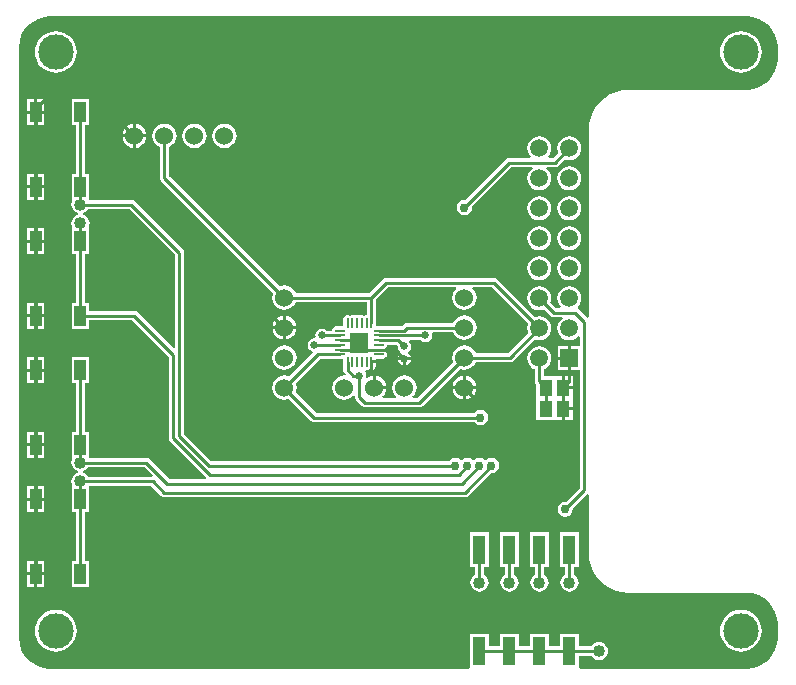
<source format=gtl>
G04 Layer_Physical_Order=1*
G04 Layer_Color=255*
%FSLAX25Y25*%
%MOIN*%
G70*
G01*
G75*
%ADD10R,0.04331X0.05512*%
%ADD11R,0.03937X0.06693*%
%ADD12R,0.04449X0.09606*%
%ADD13R,0.06063X0.06693*%
%ADD14O,0.03543X0.00787*%
%ADD15O,0.00787X0.03543*%
%ADD16C,0.01000*%
%ADD17C,0.06000*%
%ADD18C,0.11811*%
%ADD19C,0.05906*%
%ADD20R,0.05906X0.05906*%
%ADD21C,0.03000*%
%ADD22C,0.02500*%
%ADD23C,0.04000*%
G36*
X161111Y108538D02*
X163046Y107951D01*
X164828Y106998D01*
X166391Y105716D01*
X167673Y104154D01*
X168626Y102371D01*
X169213Y100437D01*
X169399Y98541D01*
X169376Y98425D01*
Y94575D01*
X169396Y94477D01*
X169207Y92563D01*
X168620Y90629D01*
X167667Y88846D01*
X166385Y87284D01*
X164823Y86002D01*
X163040Y85049D01*
X161106Y84462D01*
X159587Y84313D01*
X159095Y84293D01*
X159094Y84293D01*
X158684Y84218D01*
X158239Y84207D01*
X158118D01*
X119724Y84207D01*
Y84218D01*
X117636Y84054D01*
X115598Y83565D01*
X113663Y82763D01*
X111876Y81668D01*
X110283Y80308D01*
X108922Y78714D01*
X107827Y76928D01*
X107026Y74992D01*
X106537Y72955D01*
X106372Y70866D01*
X106384D01*
Y8486D01*
X105884Y8279D01*
X103081Y11081D01*
X102779Y11284D01*
X102708Y11859D01*
X102819Y11945D01*
X103453Y12770D01*
X103851Y13732D01*
X103987Y14764D01*
X103851Y15796D01*
X103453Y16757D01*
X102819Y17583D01*
X101993Y18216D01*
X101032Y18615D01*
X100000Y18751D01*
X98968Y18615D01*
X98007Y18216D01*
X97181Y17583D01*
X96547Y16757D01*
X96149Y15796D01*
X96013Y14764D01*
X96149Y13732D01*
X96547Y12770D01*
X97116Y12029D01*
X96976Y11529D01*
X95397D01*
X93659Y13268D01*
X93851Y13732D01*
X93987Y14764D01*
X93851Y15796D01*
X93453Y16757D01*
X92819Y17583D01*
X91993Y18216D01*
X91032Y18615D01*
X90000Y18751D01*
X88968Y18615D01*
X88007Y18216D01*
X87181Y17583D01*
X86547Y16757D01*
X86149Y15796D01*
X86013Y14764D01*
X86149Y13732D01*
X86547Y12770D01*
X87181Y11945D01*
X88007Y11311D01*
X88968Y10913D01*
X90000Y10777D01*
X91032Y10913D01*
X91496Y11105D01*
X93682Y8919D01*
X94178Y8587D01*
X94764Y8471D01*
X97516D01*
X97686Y7971D01*
X97181Y7583D01*
X96547Y6757D01*
X96149Y5796D01*
X96013Y4764D01*
X96149Y3732D01*
X96547Y2770D01*
X97181Y1945D01*
X98007Y1311D01*
X98968Y913D01*
X100000Y777D01*
X101032Y913D01*
X101993Y1311D01*
X102819Y1945D01*
X102971Y2142D01*
X103471Y1972D01*
Y-1283D01*
X100500D01*
Y-5236D01*
Y-9189D01*
X103471D01*
Y-48595D01*
X98936Y-53129D01*
X98614Y-53065D01*
X97639Y-53259D01*
X96812Y-53812D01*
X96259Y-54639D01*
X96065Y-55614D01*
X96259Y-56590D01*
X96812Y-57417D01*
X97639Y-57969D01*
X98614Y-58163D01*
X99590Y-57969D01*
X100417Y-57417D01*
X100969Y-56590D01*
X101163Y-55614D01*
X101099Y-55292D01*
X105884Y-50507D01*
X106384Y-50714D01*
Y-70079D01*
X106372D01*
X106537Y-72167D01*
X107026Y-74205D01*
X107827Y-76140D01*
X108922Y-77927D01*
X110283Y-79520D01*
X111876Y-80881D01*
X113663Y-81976D01*
X115598Y-82777D01*
X117636Y-83267D01*
X119724Y-83431D01*
Y-83419D01*
X158916D01*
X159095Y-83455D01*
Y-83455D01*
X159123Y-83428D01*
X161106Y-83624D01*
X163040Y-84210D01*
X164823Y-85163D01*
X166385Y-86445D01*
X167667Y-88008D01*
X168620Y-89790D01*
X169207Y-91725D01*
X169396Y-93639D01*
X169376Y-93736D01*
Y-98425D01*
X169396Y-98523D01*
X169207Y-100437D01*
X168620Y-102371D01*
X167667Y-104154D01*
X166385Y-105716D01*
X164823Y-106998D01*
X163040Y-107951D01*
X161106Y-108538D01*
X159192Y-108726D01*
X159095Y-108707D01*
X103706D01*
X103224Y-108661D01*
X103224Y-108207D01*
Y-104388D01*
X107250D01*
X107719Y-104998D01*
X108345Y-105479D01*
X109075Y-105781D01*
X109858Y-105884D01*
X110641Y-105781D01*
X111371Y-105479D01*
X111998Y-104998D01*
X112479Y-104371D01*
X112781Y-103641D01*
X112884Y-102858D01*
X112781Y-102075D01*
X112479Y-101345D01*
X111998Y-100719D01*
X111371Y-100238D01*
X110641Y-99936D01*
X109858Y-99832D01*
X109075Y-99936D01*
X108345Y-100238D01*
X107719Y-100719D01*
X107250Y-101329D01*
X103224D01*
Y-97055D01*
X96776D01*
Y-101329D01*
X93224D01*
Y-97055D01*
X86776D01*
Y-101329D01*
X83224D01*
Y-97055D01*
X76776D01*
Y-101329D01*
X73224D01*
Y-97055D01*
X66776D01*
Y-108207D01*
X66776Y-108661D01*
X66294Y-108707D01*
X-73189D01*
X-73189Y-108707D01*
Y-108707D01*
X-73681Y-108687D01*
X-75200Y-108538D01*
X-77135Y-107951D01*
X-78917Y-106998D01*
X-80480Y-105716D01*
X-81762Y-104154D01*
X-82715Y-102371D01*
X-83302Y-100437D01*
X-83490Y-98523D01*
X-83471Y-98425D01*
Y-92264D01*
Y92264D01*
Y98425D01*
X-83490Y98523D01*
X-83302Y100437D01*
X-82715Y102371D01*
X-81762Y104154D01*
X-80480Y105716D01*
X-78917Y106998D01*
X-77135Y107951D01*
X-75200Y108538D01*
X-73287Y108726D01*
X-73189Y108707D01*
X159100D01*
X159198Y108726D01*
X161111Y108538D01*
D02*
G37*
%LPC*%
G36*
X65500Y-11031D02*
Y-14500D01*
X68969D01*
X68897Y-13956D01*
X68494Y-12983D01*
X67853Y-12147D01*
X67017Y-11506D01*
X66044Y-11103D01*
X65500Y-11031D01*
D02*
G37*
G36*
X64500D02*
X63956Y-11103D01*
X62983Y-11506D01*
X62147Y-12147D01*
X61506Y-12983D01*
X61103Y-13956D01*
X61031Y-14500D01*
X64500D01*
Y-11031D01*
D02*
G37*
G36*
X-74992Y-9736D02*
X-77461D01*
Y-13583D01*
X-74992D01*
Y-9736D01*
D02*
G37*
G36*
X-78461D02*
X-80929D01*
Y-13583D01*
X-78461D01*
Y-9736D01*
D02*
G37*
G36*
X101118Y-11244D02*
X98453D01*
Y-14500D01*
X101118D01*
Y-11244D01*
D02*
G37*
G36*
Y-22500D02*
X98453D01*
Y-25756D01*
X101118D01*
Y-22500D01*
D02*
G37*
G36*
X90000Y-1249D02*
X88968Y-1385D01*
X88007Y-1784D01*
X87181Y-2417D01*
X86547Y-3243D01*
X86149Y-4204D01*
X86013Y-5236D01*
X86149Y-6268D01*
X86547Y-7230D01*
X87181Y-8055D01*
X88007Y-8689D01*
X88471Y-8881D01*
Y-12953D01*
X88587Y-13538D01*
X88882Y-13979D01*
Y-18756D01*
Y-25756D01*
X97453D01*
Y-22000D01*
X97953D01*
Y-21500D01*
X101118D01*
Y-18756D01*
Y-15500D01*
X97953D01*
Y-15000D01*
X97453D01*
Y-11244D01*
X91529D01*
Y-8881D01*
X91993Y-8689D01*
X92819Y-8055D01*
X93453Y-7230D01*
X93851Y-6268D01*
X93987Y-5236D01*
X93851Y-4204D01*
X93453Y-3243D01*
X92819Y-2417D01*
X91993Y-1784D01*
X91032Y-1385D01*
X90000Y-1249D01*
D02*
G37*
G36*
X68969Y-15500D02*
X65500D01*
Y-18969D01*
X66044Y-18897D01*
X67017Y-18494D01*
X67853Y-17853D01*
X68494Y-17017D01*
X68897Y-16044D01*
X68969Y-15500D01*
D02*
G37*
G36*
X64500D02*
X61031D01*
X61103Y-16044D01*
X61506Y-17017D01*
X62147Y-17853D01*
X62983Y-18494D01*
X63956Y-18897D01*
X64500Y-18969D01*
Y-15500D01*
D02*
G37*
G36*
X8969Y4500D02*
X5500D01*
Y1031D01*
X6044Y1103D01*
X7017Y1506D01*
X7853Y2147D01*
X8494Y2983D01*
X8897Y3956D01*
X8969Y4500D01*
D02*
G37*
G36*
X4500D02*
X1031D01*
X1103Y3956D01*
X1506Y2983D01*
X2147Y2147D01*
X2983Y1506D01*
X3956Y1103D01*
X4500Y1031D01*
Y4500D01*
D02*
G37*
G36*
X-74992Y8461D02*
X-77461D01*
Y4614D01*
X-74992D01*
Y8461D01*
D02*
G37*
G36*
X-78461D02*
X-80929D01*
Y4614D01*
X-78461D01*
Y8461D01*
D02*
G37*
G36*
X99500Y-1283D02*
X96047D01*
Y-4736D01*
X99500D01*
Y-1283D01*
D02*
G37*
G36*
X5000Y-965D02*
X3956Y-1103D01*
X2983Y-1506D01*
X2147Y-2147D01*
X1506Y-2983D01*
X1103Y-3956D01*
X965Y-5000D01*
X1103Y-6044D01*
X1506Y-7017D01*
X2147Y-7853D01*
X2983Y-8494D01*
X3956Y-8897D01*
X5000Y-9035D01*
X6044Y-8897D01*
X7017Y-8494D01*
X7853Y-7853D01*
X8494Y-7017D01*
X8897Y-6044D01*
X9035Y-5000D01*
X8897Y-3956D01*
X8494Y-2983D01*
X7853Y-2147D01*
X7017Y-1506D01*
X6044Y-1103D01*
X5000Y-965D01*
D02*
G37*
G36*
X99500Y-5736D02*
X96047D01*
Y-9189D01*
X99500D01*
Y-5736D01*
D02*
G37*
G36*
X-74992Y-4890D02*
X-77461D01*
Y-8736D01*
X-74992D01*
Y-4890D01*
D02*
G37*
G36*
X-78461D02*
X-80929D01*
Y-8736D01*
X-78461D01*
Y-4890D01*
D02*
G37*
G36*
X-78461Y-77539D02*
X-80929D01*
Y-81386D01*
X-78461D01*
Y-77539D01*
D02*
G37*
G36*
X103224Y-63197D02*
X96776D01*
Y-74803D01*
X98471D01*
Y-77392D01*
X97860Y-77860D01*
X97379Y-78487D01*
X97077Y-79217D01*
X96974Y-80000D01*
X97077Y-80783D01*
X97379Y-81513D01*
X97860Y-82140D01*
X98487Y-82621D01*
X99217Y-82923D01*
X100000Y-83026D01*
X100783Y-82923D01*
X101513Y-82621D01*
X102140Y-82140D01*
X102620Y-81513D01*
X102923Y-80783D01*
X103026Y-80000D01*
X102923Y-79217D01*
X102620Y-78487D01*
X102140Y-77860D01*
X101529Y-77392D01*
Y-74803D01*
X103224D01*
Y-63197D01*
D02*
G37*
G36*
X-78461Y-72693D02*
X-80929D01*
Y-76539D01*
X-78461D01*
Y-72693D01*
D02*
G37*
G36*
X-74992Y-77539D02*
X-77461D01*
Y-81386D01*
X-74992D01*
Y-77539D01*
D02*
G37*
G36*
X93224Y-63197D02*
X86776D01*
Y-74803D01*
X88471D01*
Y-77392D01*
X87860Y-77860D01*
X87379Y-78487D01*
X87077Y-79217D01*
X86974Y-80000D01*
X87077Y-80783D01*
X87379Y-81513D01*
X87860Y-82140D01*
X88487Y-82621D01*
X89217Y-82923D01*
X90000Y-83026D01*
X90783Y-82923D01*
X91513Y-82621D01*
X92140Y-82140D01*
X92620Y-81513D01*
X92923Y-80783D01*
X93026Y-80000D01*
X92923Y-79217D01*
X92620Y-78487D01*
X92140Y-77860D01*
X91529Y-77392D01*
Y-74803D01*
X93224D01*
Y-63197D01*
D02*
G37*
G36*
X157126Y-89124D02*
X155772Y-89257D01*
X154471Y-89652D01*
X153271Y-90294D01*
X152219Y-91156D01*
X151356Y-92208D01*
X150715Y-93408D01*
X150320Y-94709D01*
X150187Y-96063D01*
X150320Y-97417D01*
X150715Y-98718D01*
X151356Y-99918D01*
X152219Y-100970D01*
X153271Y-101832D01*
X154471Y-102474D01*
X155772Y-102869D01*
X157126Y-103002D01*
X158480Y-102869D01*
X159781Y-102474D01*
X160981Y-101832D01*
X162032Y-100970D01*
X162896Y-99918D01*
X163537Y-98718D01*
X163932Y-97417D01*
X164065Y-96063D01*
X163932Y-94709D01*
X163537Y-93408D01*
X162896Y-92208D01*
X162032Y-91156D01*
X160981Y-90294D01*
X159781Y-89652D01*
X158480Y-89257D01*
X157126Y-89124D01*
D02*
G37*
G36*
X-71220D02*
X-72574Y-89257D01*
X-73876Y-89652D01*
X-75076Y-90294D01*
X-76127Y-91156D01*
X-76990Y-92208D01*
X-77631Y-93408D01*
X-78026Y-94709D01*
X-78159Y-96063D01*
X-78026Y-97417D01*
X-77631Y-98718D01*
X-76990Y-99918D01*
X-76127Y-100970D01*
X-75076Y-101832D01*
X-73876Y-102474D01*
X-72574Y-102869D01*
X-71220Y-103002D01*
X-69867Y-102869D01*
X-68565Y-102474D01*
X-67365Y-101832D01*
X-66314Y-100970D01*
X-65451Y-99918D01*
X-64810Y-98718D01*
X-64415Y-97417D01*
X-64282Y-96063D01*
X-64415Y-94709D01*
X-64810Y-93408D01*
X-65451Y-92208D01*
X-66314Y-91156D01*
X-67365Y-90294D01*
X-68565Y-89652D01*
X-69867Y-89257D01*
X-71220Y-89124D01*
D02*
G37*
G36*
X83224Y-63197D02*
X76776D01*
Y-74803D01*
X78471D01*
Y-77392D01*
X77860Y-77860D01*
X77380Y-78487D01*
X77077Y-79217D01*
X76974Y-80000D01*
X77077Y-80783D01*
X77380Y-81513D01*
X77860Y-82140D01*
X78487Y-82621D01*
X79217Y-82923D01*
X80000Y-83026D01*
X80783Y-82923D01*
X81513Y-82621D01*
X82140Y-82140D01*
X82621Y-81513D01*
X82923Y-80783D01*
X83026Y-80000D01*
X82923Y-79217D01*
X82621Y-78487D01*
X82140Y-77860D01*
X81529Y-77392D01*
Y-74803D01*
X83224D01*
Y-63197D01*
D02*
G37*
G36*
X73224D02*
X66776D01*
Y-74803D01*
X68471D01*
Y-77392D01*
X67860Y-77860D01*
X67379Y-78487D01*
X67077Y-79217D01*
X66974Y-80000D01*
X67077Y-80783D01*
X67379Y-81513D01*
X67860Y-82140D01*
X68487Y-82621D01*
X69217Y-82923D01*
X70000Y-83026D01*
X70783Y-82923D01*
X71513Y-82621D01*
X72140Y-82140D01*
X72620Y-81513D01*
X72923Y-80783D01*
X73026Y-80000D01*
X72923Y-79217D01*
X72620Y-78487D01*
X72140Y-77860D01*
X71529Y-77392D01*
Y-74803D01*
X73224D01*
Y-63197D01*
D02*
G37*
G36*
X-74992Y-34539D02*
X-77461D01*
Y-38386D01*
X-74992D01*
Y-34539D01*
D02*
G37*
G36*
X-78461D02*
X-80929D01*
Y-38386D01*
X-78461D01*
Y-34539D01*
D02*
G37*
G36*
X-74992Y-29693D02*
X-77461D01*
Y-33539D01*
X-74992D01*
Y-29693D01*
D02*
G37*
G36*
X-78461D02*
X-80929D01*
Y-33539D01*
X-78461D01*
Y-29693D01*
D02*
G37*
G36*
X-74992Y-47890D02*
X-77461D01*
Y-51736D01*
X-74992D01*
Y-47890D01*
D02*
G37*
G36*
X-78461Y-52736D02*
X-80929D01*
Y-56583D01*
X-78461D01*
Y-52736D01*
D02*
G37*
G36*
X-74992Y-72693D02*
X-77461D01*
Y-76539D01*
X-74992D01*
Y-72693D01*
D02*
G37*
G36*
X-78461Y-47890D02*
X-80929D01*
Y-51736D01*
X-78461D01*
Y-47890D01*
D02*
G37*
G36*
X-74992Y-52736D02*
X-77461D01*
Y-56583D01*
X-74992D01*
Y-52736D01*
D02*
G37*
G36*
Y56307D02*
X-77461D01*
Y52461D01*
X-74992D01*
Y56307D01*
D02*
G37*
G36*
X-78461D02*
X-80929D01*
Y52461D01*
X-78461D01*
Y56307D01*
D02*
G37*
G36*
X100000Y68751D02*
X98968Y68615D01*
X98007Y68217D01*
X97181Y67583D01*
X96547Y66757D01*
X96149Y65796D01*
X96013Y64764D01*
X96149Y63732D01*
X96341Y63268D01*
X94603Y61529D01*
X93024D01*
X92884Y62029D01*
X93453Y62770D01*
X93851Y63732D01*
X93987Y64764D01*
X93851Y65796D01*
X93453Y66757D01*
X92819Y67583D01*
X91993Y68217D01*
X91032Y68615D01*
X90000Y68751D01*
X88968Y68615D01*
X88007Y68217D01*
X87181Y67583D01*
X86547Y66757D01*
X86149Y65796D01*
X86013Y64764D01*
X86149Y63732D01*
X86547Y62770D01*
X87116Y62029D01*
X86976Y61529D01*
X80000D01*
X79415Y61413D01*
X78919Y61081D01*
X65322Y47485D01*
X65000Y47549D01*
X64025Y47355D01*
X63198Y46802D01*
X62645Y45976D01*
X62451Y45000D01*
X62645Y44025D01*
X63198Y43198D01*
X64025Y42645D01*
X65000Y42451D01*
X65975Y42645D01*
X66802Y43198D01*
X67355Y44025D01*
X67549Y45000D01*
X67485Y45322D01*
X80633Y58471D01*
X87516D01*
X87686Y57971D01*
X87181Y57583D01*
X86547Y56757D01*
X86149Y55796D01*
X86013Y54764D01*
X86149Y53732D01*
X86547Y52770D01*
X87181Y51945D01*
X88007Y51311D01*
X88968Y50913D01*
X90000Y50777D01*
X91032Y50913D01*
X91993Y51311D01*
X92819Y51945D01*
X93453Y52770D01*
X93851Y53732D01*
X93987Y54764D01*
X93851Y55796D01*
X93453Y56757D01*
X92819Y57583D01*
X92314Y57971D01*
X92484Y58471D01*
X95236D01*
X95821Y58587D01*
X96318Y58919D01*
X98504Y61105D01*
X98968Y60913D01*
X100000Y60777D01*
X101032Y60913D01*
X101993Y61311D01*
X102819Y61945D01*
X103453Y62770D01*
X103851Y63732D01*
X103987Y64764D01*
X103851Y65796D01*
X103453Y66757D01*
X102819Y67583D01*
X101993Y68217D01*
X101032Y68615D01*
X100000Y68751D01*
D02*
G37*
G36*
X-15000Y72932D02*
X-16044Y72795D01*
X-17017Y72392D01*
X-17853Y71750D01*
X-18494Y70915D01*
X-18897Y69942D01*
X-19035Y68898D01*
X-18897Y67853D01*
X-18494Y66880D01*
X-17853Y66045D01*
X-17017Y65404D01*
X-16044Y65001D01*
X-15000Y64863D01*
X-13956Y65001D01*
X-12983Y65404D01*
X-12147Y66045D01*
X-11506Y66880D01*
X-11103Y67853D01*
X-10966Y68898D01*
X-11103Y69942D01*
X-11506Y70915D01*
X-12147Y71750D01*
X-12983Y72392D01*
X-13956Y72795D01*
X-15000Y72932D01*
D02*
G37*
G36*
X-25000D02*
X-26044Y72795D01*
X-27017Y72392D01*
X-27853Y71750D01*
X-28494Y70915D01*
X-28897Y69942D01*
X-29035Y68898D01*
X-28897Y67853D01*
X-28494Y66880D01*
X-27853Y66045D01*
X-27017Y65404D01*
X-26044Y65001D01*
X-25000Y64863D01*
X-23956Y65001D01*
X-22983Y65404D01*
X-22147Y66045D01*
X-21506Y66880D01*
X-21103Y67853D01*
X-20966Y68898D01*
X-21103Y69942D01*
X-21506Y70915D01*
X-22147Y71750D01*
X-22983Y72392D01*
X-23956Y72795D01*
X-25000Y72932D01*
D02*
G37*
G36*
X-78461Y51461D02*
X-80929D01*
Y47614D01*
X-78461D01*
Y51461D01*
D02*
G37*
G36*
X100000Y48751D02*
X98968Y48615D01*
X98007Y48217D01*
X97181Y47583D01*
X96547Y46757D01*
X96149Y45796D01*
X96013Y44764D01*
X96149Y43732D01*
X96547Y42770D01*
X97181Y41945D01*
X98007Y41311D01*
X98968Y40913D01*
X100000Y40777D01*
X101032Y40913D01*
X101993Y41311D01*
X102819Y41945D01*
X103453Y42770D01*
X103851Y43732D01*
X103987Y44764D01*
X103851Y45796D01*
X103453Y46757D01*
X102819Y47583D01*
X101993Y48217D01*
X101032Y48615D01*
X100000Y48751D01*
D02*
G37*
G36*
X-74992Y51461D02*
X-77461D01*
Y47614D01*
X-74992D01*
Y51461D01*
D02*
G37*
G36*
X100000Y58751D02*
X98968Y58615D01*
X98007Y58217D01*
X97181Y57583D01*
X96547Y56757D01*
X96149Y55796D01*
X96013Y54764D01*
X96149Y53732D01*
X96547Y52770D01*
X97181Y51945D01*
X98007Y51311D01*
X98968Y50913D01*
X100000Y50777D01*
X101032Y50913D01*
X101993Y51311D01*
X102819Y51945D01*
X103453Y52770D01*
X103851Y53732D01*
X103987Y54764D01*
X103851Y55796D01*
X103453Y56757D01*
X102819Y57583D01*
X101993Y58217D01*
X101032Y58615D01*
X100000Y58751D01*
D02*
G37*
G36*
X-60031Y81110D02*
X-65969D01*
Y72417D01*
X-64529D01*
Y56307D01*
X-65969D01*
Y47614D01*
X-65969D01*
X-65786Y47114D01*
X-65923Y46783D01*
X-66026Y46000D01*
X-65923Y45217D01*
X-65620Y44487D01*
X-65140Y43860D01*
X-64513Y43380D01*
X-63955Y43148D01*
Y42615D01*
X-64513Y42384D01*
X-65140Y41903D01*
X-65620Y41277D01*
X-65923Y40547D01*
X-66026Y39764D01*
X-65923Y38981D01*
X-65769Y38610D01*
X-65969Y38110D01*
X-65969D01*
Y29417D01*
X-64529D01*
Y13307D01*
X-65969D01*
Y4614D01*
X-60031D01*
Y7431D01*
X-45673D01*
X-33529Y-4712D01*
Y-31828D01*
X-33413Y-32414D01*
X-33081Y-32910D01*
X-21021Y-44971D01*
X-21158Y-45408D01*
X-21205Y-45471D01*
X-33367D01*
X-39919Y-38919D01*
X-40415Y-38587D01*
X-41000Y-38471D01*
X-59567D01*
X-60031Y-38386D01*
Y-29693D01*
X-61471D01*
Y-13583D01*
X-60031D01*
Y-4890D01*
X-65969D01*
Y-13583D01*
X-64529D01*
Y-29693D01*
X-65969D01*
Y-38386D01*
X-65969D01*
X-65786Y-38886D01*
X-65923Y-39217D01*
X-66026Y-40000D01*
X-65923Y-40783D01*
X-65620Y-41513D01*
X-65140Y-42140D01*
X-64513Y-42621D01*
X-63887Y-42880D01*
X-63860Y-43003D01*
Y-43273D01*
X-63887Y-43396D01*
X-64513Y-43655D01*
X-65140Y-44136D01*
X-65620Y-44763D01*
X-65923Y-45492D01*
X-66026Y-46276D01*
X-65923Y-47059D01*
X-65786Y-47390D01*
X-65969Y-47890D01*
X-65969D01*
Y-56583D01*
X-64529D01*
Y-72693D01*
X-65969D01*
Y-81386D01*
X-60031D01*
Y-72693D01*
X-61471D01*
Y-56583D01*
X-60031D01*
Y-47890D01*
X-59567Y-47805D01*
X-39358D01*
X-36081Y-51081D01*
X-35585Y-51413D01*
X-35000Y-51529D01*
X65243D01*
X65828Y-51413D01*
X66324Y-51081D01*
X73880Y-43525D01*
X74000Y-43549D01*
X74976Y-43355D01*
X75802Y-42802D01*
X76355Y-41976D01*
X76549Y-41000D01*
X76355Y-40025D01*
X75802Y-39198D01*
X74976Y-38645D01*
X74000Y-38451D01*
X73024Y-38645D01*
X72198Y-39198D01*
X71802D01*
X70976Y-38645D01*
X70000Y-38451D01*
X69024Y-38645D01*
X68198Y-39198D01*
X67802D01*
X66975Y-38645D01*
X66000Y-38451D01*
X65025Y-38645D01*
X64198Y-39198D01*
X63802D01*
X62976Y-38645D01*
X62000Y-38451D01*
X61024Y-38645D01*
X60198Y-39198D01*
X60015Y-39471D01*
X-19366D01*
X-28471Y-30367D01*
Y30000D01*
X-28587Y30585D01*
X-28919Y31081D01*
X-44919Y47081D01*
X-45415Y47413D01*
X-46000Y47529D01*
X-59567D01*
X-60031Y47614D01*
Y56307D01*
X-61471D01*
Y72417D01*
X-60031D01*
Y81110D01*
D02*
G37*
G36*
X-78461D02*
X-80929D01*
Y77264D01*
X-78461D01*
Y81110D01*
D02*
G37*
G36*
X-74992Y76264D02*
X-77461D01*
Y72417D01*
X-74992D01*
Y76264D01*
D02*
G37*
G36*
Y81110D02*
X-77461D01*
Y77264D01*
X-74992D01*
Y81110D01*
D02*
G37*
G36*
X157126Y103789D02*
X155772Y103656D01*
X154471Y103261D01*
X153271Y102620D01*
X152219Y101757D01*
X151356Y100705D01*
X150715Y99506D01*
X150320Y98204D01*
X150187Y96850D01*
X150320Y95497D01*
X150715Y94195D01*
X151356Y92995D01*
X152219Y91944D01*
X153271Y91081D01*
X154471Y90440D01*
X155772Y90045D01*
X157126Y89912D01*
X158480Y90045D01*
X159781Y90440D01*
X160981Y91081D01*
X162032Y91944D01*
X162896Y92995D01*
X163537Y94195D01*
X163932Y95497D01*
X164065Y96850D01*
X163932Y98204D01*
X163537Y99506D01*
X162896Y100705D01*
X162032Y101757D01*
X160981Y102620D01*
X159781Y103261D01*
X158480Y103656D01*
X157126Y103789D01*
D02*
G37*
G36*
X-71220D02*
X-72574Y103656D01*
X-73876Y103261D01*
X-75076Y102620D01*
X-76127Y101757D01*
X-76990Y100705D01*
X-77631Y99506D01*
X-78026Y98204D01*
X-78159Y96850D01*
X-78026Y95497D01*
X-77631Y94195D01*
X-76990Y92995D01*
X-76127Y91944D01*
X-75076Y91081D01*
X-73876Y90440D01*
X-72574Y90045D01*
X-71220Y89912D01*
X-69867Y90045D01*
X-68565Y90440D01*
X-67365Y91081D01*
X-66314Y91944D01*
X-65451Y92995D01*
X-64810Y94195D01*
X-64415Y95497D01*
X-64282Y96850D01*
X-64415Y98204D01*
X-64810Y99506D01*
X-65451Y100705D01*
X-66314Y101757D01*
X-67365Y102620D01*
X-68565Y103261D01*
X-69867Y103656D01*
X-71220Y103789D01*
D02*
G37*
G36*
X-41031Y68398D02*
X-44500D01*
Y64929D01*
X-43956Y65001D01*
X-42983Y65404D01*
X-42147Y66045D01*
X-41506Y66880D01*
X-41103Y67853D01*
X-41031Y68398D01*
D02*
G37*
G36*
X-45500D02*
X-48969D01*
X-48897Y67853D01*
X-48494Y66880D01*
X-47853Y66045D01*
X-47017Y65404D01*
X-46044Y65001D01*
X-45500Y64929D01*
Y68398D01*
D02*
G37*
G36*
Y72866D02*
X-46044Y72795D01*
X-47017Y72392D01*
X-47853Y71750D01*
X-48494Y70915D01*
X-48897Y69942D01*
X-48969Y69398D01*
X-45500D01*
Y72866D01*
D02*
G37*
G36*
X-78461Y76264D02*
X-80929D01*
Y72417D01*
X-78461D01*
Y76264D01*
D02*
G37*
G36*
X-44500Y72866D02*
Y69398D01*
X-41031D01*
X-41103Y69942D01*
X-41506Y70915D01*
X-42147Y71750D01*
X-42983Y72392D01*
X-43956Y72795D01*
X-44500Y72866D01*
D02*
G37*
G36*
X5500Y8969D02*
Y5500D01*
X8969D01*
X8897Y6044D01*
X8494Y7017D01*
X7853Y7853D01*
X7017Y8494D01*
X6044Y8897D01*
X5500Y8969D01*
D02*
G37*
G36*
X100000Y28751D02*
X98968Y28615D01*
X98007Y28216D01*
X97181Y27583D01*
X96547Y26757D01*
X96149Y25796D01*
X96013Y24764D01*
X96149Y23732D01*
X96547Y22770D01*
X97181Y21945D01*
X98007Y21311D01*
X98968Y20913D01*
X100000Y20777D01*
X101032Y20913D01*
X101993Y21311D01*
X102819Y21945D01*
X103453Y22770D01*
X103851Y23732D01*
X103987Y24764D01*
X103851Y25796D01*
X103453Y26757D01*
X102819Y27583D01*
X101993Y28216D01*
X101032Y28615D01*
X100000Y28751D01*
D02*
G37*
G36*
X-74992Y33264D02*
X-77461D01*
Y29417D01*
X-74992D01*
Y33264D01*
D02*
G37*
G36*
X-78461D02*
X-80929D01*
Y29417D01*
X-78461D01*
Y33264D01*
D02*
G37*
G36*
X-78461Y13307D02*
X-80929D01*
Y9461D01*
X-78461D01*
Y13307D01*
D02*
G37*
G36*
X-74992D02*
X-77461D01*
Y9461D01*
X-74992D01*
Y13307D01*
D02*
G37*
G36*
X90000Y28751D02*
X88968Y28615D01*
X88007Y28216D01*
X87181Y27583D01*
X86547Y26757D01*
X86149Y25796D01*
X86013Y24764D01*
X86149Y23732D01*
X86547Y22770D01*
X87181Y21945D01*
X88007Y21311D01*
X88968Y20913D01*
X90000Y20777D01*
X91032Y20913D01*
X91993Y21311D01*
X92819Y21945D01*
X93453Y22770D01*
X93851Y23732D01*
X93987Y24764D01*
X93851Y25796D01*
X93453Y26757D01*
X92819Y27583D01*
X91993Y28216D01*
X91032Y28615D01*
X90000Y28751D01*
D02*
G37*
G36*
X-35000Y72932D02*
X-36044Y72795D01*
X-37017Y72392D01*
X-37853Y71750D01*
X-38494Y70915D01*
X-38897Y69942D01*
X-39035Y68898D01*
X-38897Y67853D01*
X-38494Y66880D01*
X-37853Y66045D01*
X-37017Y65404D01*
X-36529Y65202D01*
Y55000D01*
X-36413Y54415D01*
X-36081Y53919D01*
X1305Y16532D01*
X1103Y16044D01*
X965Y15000D01*
X1103Y13956D01*
X1506Y12983D01*
X2147Y12147D01*
X2983Y11506D01*
X3956Y11103D01*
X5000Y10966D01*
X6044Y11103D01*
X7017Y11506D01*
X7853Y12147D01*
X8494Y12983D01*
X8696Y13471D01*
X32408D01*
Y9261D01*
X32362Y9224D01*
X31818Y9116D01*
X31575Y8953D01*
X31331Y9116D01*
X30787Y9224D01*
X30244Y9116D01*
X30000Y8953D01*
X29756Y9116D01*
X29213Y9224D01*
X28669Y9116D01*
X28425Y8953D01*
X28182Y9116D01*
X27638Y9224D01*
X27094Y9116D01*
X26850Y8953D01*
X26607Y9116D01*
X26063Y9224D01*
X25519Y9116D01*
X25058Y8808D01*
X24750Y8347D01*
X24642Y7803D01*
Y5358D01*
X22197D01*
X21653Y5250D01*
X21192Y4942D01*
X20884Y4481D01*
X20776Y3937D01*
X20739Y3892D01*
X19322D01*
X19260Y3984D01*
X18516Y4482D01*
X17638Y4656D01*
X16760Y4482D01*
X16016Y3984D01*
X15518Y3240D01*
X15344Y2362D01*
X15429Y1931D01*
X15004Y1506D01*
X15000Y1507D01*
X14122Y1332D01*
X13378Y835D01*
X12880Y91D01*
X12706Y-787D01*
X12880Y-1665D01*
X13378Y-2410D01*
X14122Y-2907D01*
X14276Y-2937D01*
X14421Y-3416D01*
X6532Y-11305D01*
X6044Y-11103D01*
X5000Y-10966D01*
X3956Y-11103D01*
X2983Y-11506D01*
X2147Y-12147D01*
X1506Y-12983D01*
X1103Y-13956D01*
X965Y-15000D01*
X1103Y-16044D01*
X1506Y-17017D01*
X2147Y-17853D01*
X2983Y-18494D01*
X3956Y-18897D01*
X5000Y-19035D01*
X6044Y-18897D01*
X6532Y-18695D01*
X13919Y-26081D01*
X14415Y-26413D01*
X15000Y-26529D01*
X68354D01*
X68536Y-26802D01*
X69363Y-27355D01*
X70339Y-27549D01*
X71314Y-27355D01*
X72141Y-26802D01*
X72694Y-25975D01*
X72888Y-25000D01*
X72694Y-24024D01*
X72141Y-23198D01*
X71314Y-22645D01*
X70339Y-22451D01*
X69363Y-22645D01*
X68536Y-23198D01*
X68354Y-23471D01*
X15633D01*
X8695Y-16532D01*
X8897Y-16044D01*
X9035Y-15000D01*
X8897Y-13956D01*
X8695Y-13468D01*
X16696Y-5466D01*
X23575D01*
X24120Y-5358D01*
X24642D01*
Y-5880D01*
X24534Y-6425D01*
Y-9063D01*
X24650Y-9648D01*
X24982Y-10144D01*
X25374Y-10537D01*
X25153Y-10986D01*
X25000Y-10966D01*
X23956Y-11103D01*
X22983Y-11506D01*
X22147Y-12147D01*
X21506Y-12983D01*
X21103Y-13956D01*
X20966Y-15000D01*
X21103Y-16044D01*
X21506Y-17017D01*
X22147Y-17853D01*
X22983Y-18494D01*
X23956Y-18897D01*
X25000Y-19035D01*
X26044Y-18897D01*
X27017Y-18494D01*
X27853Y-17853D01*
X27997Y-17665D01*
X28471Y-17826D01*
Y-18000D01*
X28587Y-18585D01*
X28919Y-19081D01*
X30919Y-21081D01*
X31415Y-21413D01*
X32000Y-21529D01*
X50000D01*
X50585Y-21413D01*
X51081Y-21081D01*
X63468Y-8695D01*
X63956Y-8897D01*
X65000Y-9035D01*
X66044Y-8897D01*
X67017Y-8494D01*
X67853Y-7853D01*
X68494Y-7017D01*
X68696Y-6529D01*
X80236D01*
X80822Y-6413D01*
X81318Y-6081D01*
X88504Y1105D01*
X88968Y913D01*
X90000Y777D01*
X91032Y913D01*
X91993Y1311D01*
X92819Y1945D01*
X93453Y2770D01*
X93851Y3732D01*
X93987Y4764D01*
X93851Y5796D01*
X93453Y6757D01*
X92819Y7583D01*
X91993Y8217D01*
X91032Y8615D01*
X90000Y8751D01*
X88968Y8615D01*
X88504Y8423D01*
X75845Y21081D01*
X75349Y21413D01*
X74764Y21529D01*
X38937D01*
X38352Y21413D01*
X37856Y21081D01*
X33303Y16529D01*
X8696D01*
X8494Y17017D01*
X7853Y17853D01*
X7017Y18494D01*
X6044Y18897D01*
X5000Y19035D01*
X3956Y18897D01*
X3468Y18695D01*
X-33471Y55633D01*
Y65202D01*
X-32983Y65404D01*
X-32147Y66045D01*
X-31506Y66880D01*
X-31103Y67853D01*
X-30966Y68898D01*
X-31103Y69942D01*
X-31506Y70915D01*
X-32147Y71750D01*
X-32983Y72392D01*
X-33956Y72795D01*
X-35000Y72932D01*
D02*
G37*
G36*
X-78461Y38110D02*
X-80929D01*
Y34264D01*
X-78461D01*
Y38110D01*
D02*
G37*
G36*
X-74992D02*
X-77461D01*
Y34264D01*
X-74992D01*
Y38110D01*
D02*
G37*
G36*
X90000Y48751D02*
X88968Y48615D01*
X88007Y48217D01*
X87181Y47583D01*
X86547Y46757D01*
X86149Y45796D01*
X86013Y44764D01*
X86149Y43732D01*
X86547Y42770D01*
X87181Y41945D01*
X88007Y41311D01*
X88968Y40913D01*
X90000Y40777D01*
X91032Y40913D01*
X91993Y41311D01*
X92819Y41945D01*
X93453Y42770D01*
X93851Y43732D01*
X93987Y44764D01*
X93851Y45796D01*
X93453Y46757D01*
X92819Y47583D01*
X91993Y48217D01*
X91032Y48615D01*
X90000Y48751D01*
D02*
G37*
G36*
X4500Y8969D02*
X3956Y8897D01*
X2983Y8494D01*
X2147Y7853D01*
X1506Y7017D01*
X1103Y6044D01*
X1031Y5500D01*
X4500D01*
Y8969D01*
D02*
G37*
G36*
X90000Y38751D02*
X88968Y38615D01*
X88007Y38217D01*
X87181Y37583D01*
X86547Y36757D01*
X86149Y35796D01*
X86013Y34764D01*
X86149Y33732D01*
X86547Y32770D01*
X87181Y31945D01*
X88007Y31311D01*
X88968Y30913D01*
X90000Y30777D01*
X91032Y30913D01*
X91993Y31311D01*
X92819Y31945D01*
X93453Y32770D01*
X93851Y33732D01*
X93987Y34764D01*
X93851Y35796D01*
X93453Y36757D01*
X92819Y37583D01*
X91993Y38217D01*
X91032Y38615D01*
X90000Y38751D01*
D02*
G37*
G36*
X100000D02*
X98968Y38615D01*
X98007Y38217D01*
X97181Y37583D01*
X96547Y36757D01*
X96149Y35796D01*
X96013Y34764D01*
X96149Y33732D01*
X96547Y32770D01*
X97181Y31945D01*
X98007Y31311D01*
X98968Y30913D01*
X100000Y30777D01*
X101032Y30913D01*
X101993Y31311D01*
X102819Y31945D01*
X103453Y32770D01*
X103851Y33732D01*
X103987Y34764D01*
X103851Y35796D01*
X103453Y36757D01*
X102819Y37583D01*
X101993Y38217D01*
X101032Y38615D01*
X100000Y38751D01*
D02*
G37*
%LPD*%
G36*
X-31529Y29366D02*
Y-1733D01*
X-31991Y-1925D01*
X-43958Y10042D01*
X-44454Y10374D01*
X-45039Y10490D01*
X-60031D01*
Y13307D01*
X-61471D01*
Y29417D01*
X-60031D01*
Y38110D01*
X-60031D01*
X-60231Y38610D01*
X-60077Y38981D01*
X-59974Y39764D01*
X-60077Y40547D01*
X-60379Y41277D01*
X-60860Y41903D01*
X-61487Y42384D01*
X-62045Y42615D01*
Y43148D01*
X-61487Y43380D01*
X-60860Y43860D01*
X-60392Y44471D01*
X-46633D01*
X-31529Y29366D01*
D02*
G37*
G36*
X-38917Y-44246D02*
X-39124Y-44746D01*
X-60392D01*
X-60860Y-44136D01*
X-61487Y-43655D01*
X-62113Y-43396D01*
X-62140Y-43273D01*
Y-43003D01*
X-62113Y-42880D01*
X-61487Y-42621D01*
X-60860Y-42140D01*
X-60392Y-41529D01*
X-41633D01*
X-38917Y-44246D01*
D02*
G37*
G36*
X86341Y6260D02*
X86149Y5796D01*
X86013Y4764D01*
X86149Y3732D01*
X86341Y3268D01*
X79603Y-3471D01*
X68696D01*
X68494Y-2983D01*
X67853Y-2147D01*
X67017Y-1506D01*
X66044Y-1103D01*
X65000Y-965D01*
X63956Y-1103D01*
X62983Y-1506D01*
X62147Y-2147D01*
X61506Y-2983D01*
X61103Y-3956D01*
X60966Y-5000D01*
X61103Y-6044D01*
X61305Y-6532D01*
X49367Y-18471D01*
X47826D01*
X47665Y-17997D01*
X47853Y-17853D01*
X48494Y-17017D01*
X48897Y-16044D01*
X49035Y-15000D01*
X48897Y-13956D01*
X48494Y-12983D01*
X47853Y-12147D01*
X47017Y-11506D01*
X46044Y-11103D01*
X45000Y-10966D01*
X43956Y-11103D01*
X42983Y-11506D01*
X42147Y-12147D01*
X41506Y-12983D01*
X41103Y-13956D01*
X40966Y-15000D01*
X41103Y-16044D01*
X41506Y-17017D01*
X42147Y-17853D01*
X42335Y-17997D01*
X42175Y-18471D01*
X37826D01*
X37665Y-17997D01*
X37853Y-17853D01*
X38494Y-17017D01*
X38897Y-16044D01*
X38969Y-15500D01*
X35000D01*
Y-15000D01*
X34500D01*
Y-11031D01*
X33956Y-11103D01*
X32983Y-11506D01*
X32653Y-11759D01*
X32199Y-11477D01*
X32294Y-11000D01*
X32120Y-10122D01*
X31783Y-9619D01*
X32084Y-9169D01*
X32362Y-9224D01*
X32906Y-9116D01*
X33150Y-8953D01*
X33393Y-9116D01*
X33437Y-9125D01*
Y-8704D01*
X33675Y-8347D01*
X33783Y-7803D01*
Y-6425D01*
X33937D01*
Y-5925D01*
X35358D01*
Y-5358D01*
X37803D01*
X38347Y-5250D01*
X38808Y-4942D01*
X39116Y-4481D01*
X39224Y-3937D01*
X39116Y-3393D01*
X38953Y-3150D01*
X39116Y-2906D01*
X39125Y-2862D01*
X38704D01*
X38347Y-2624D01*
X37803Y-2516D01*
X36425D01*
Y-2209D01*
X37803D01*
X38347Y-2100D01*
X38704Y-1862D01*
X39125D01*
X39116Y-1818D01*
X38953Y-1575D01*
X39116Y-1331D01*
X39224Y-787D01*
X39261Y-742D01*
X42366D01*
X42728Y-1103D01*
X42706Y-1213D01*
X42880Y-2090D01*
X43378Y-2835D01*
X43681Y-3037D01*
Y-3537D01*
X43378Y-3740D01*
X42880Y-4484D01*
X42805Y-4862D01*
X47195D01*
X47120Y-4484D01*
X46622Y-3740D01*
X46319Y-3537D01*
Y-3037D01*
X46622Y-2835D01*
X47120Y-2090D01*
X47294Y-1213D01*
X47120Y-335D01*
X46674Y333D01*
X46820Y833D01*
X50316D01*
X50378Y740D01*
X51122Y243D01*
X52000Y68D01*
X52878Y243D01*
X53622Y740D01*
X54119Y1484D01*
X54294Y2362D01*
X54173Y2971D01*
X54521Y3471D01*
X61304D01*
X61506Y2983D01*
X62147Y2147D01*
X62983Y1506D01*
X63956Y1103D01*
X65000Y965D01*
X66044Y1103D01*
X67017Y1506D01*
X67853Y2147D01*
X68494Y2983D01*
X68897Y3956D01*
X69034Y5000D01*
X68897Y6044D01*
X68494Y7017D01*
X67853Y7853D01*
X67017Y8494D01*
X66044Y8897D01*
X65000Y9035D01*
X63956Y8897D01*
X62983Y8494D01*
X62147Y7853D01*
X61506Y7017D01*
X61304Y6529D01*
X46000D01*
X45415Y6413D01*
X44919Y6081D01*
X44304Y5466D01*
X36425D01*
X35880Y5358D01*
X35358D01*
Y5880D01*
X35466Y6425D01*
Y14367D01*
X39571Y18471D01*
X62174D01*
X62335Y17997D01*
X62147Y17853D01*
X61506Y17017D01*
X61103Y16044D01*
X60966Y15000D01*
X61103Y13956D01*
X61506Y12983D01*
X62147Y12147D01*
X62983Y11506D01*
X63956Y11103D01*
X65000Y10966D01*
X66044Y11103D01*
X67017Y11506D01*
X67853Y12147D01*
X68494Y12983D01*
X68897Y13956D01*
X69034Y15000D01*
X68897Y16044D01*
X68494Y17017D01*
X67853Y17853D01*
X67665Y17997D01*
X67826Y18471D01*
X74130D01*
X86341Y6260D01*
D02*
G37*
%LPC*%
G36*
X35358Y-6925D02*
X34437D01*
Y-9125D01*
X34481Y-9116D01*
X34942Y-8808D01*
X35250Y-8347D01*
X35358Y-7803D01*
Y-6925D01*
D02*
G37*
G36*
X35500Y-11031D02*
Y-14500D01*
X38969D01*
X38897Y-13956D01*
X38494Y-12983D01*
X37853Y-12147D01*
X37017Y-11506D01*
X36044Y-11103D01*
X35500Y-11031D01*
D02*
G37*
G36*
X47195Y-5862D02*
X45500D01*
Y-7557D01*
X45878Y-7482D01*
X46622Y-6984D01*
X47120Y-6240D01*
X47195Y-5862D01*
D02*
G37*
G36*
X44500D02*
X42805D01*
X42880Y-6240D01*
X43378Y-6984D01*
X44122Y-7482D01*
X44500Y-7557D01*
Y-5862D01*
D02*
G37*
%LPD*%
D10*
X92047Y-22000D02*
D03*
X97953D02*
D03*
X92047Y-15000D02*
D03*
X97953D02*
D03*
D11*
X-77961Y-9236D02*
D03*
Y-34039D02*
D03*
X-63000Y-9236D02*
D03*
Y-34039D02*
D03*
X-77961Y33764D02*
D03*
Y8961D02*
D03*
X-63000Y33764D02*
D03*
Y8961D02*
D03*
X-77961Y-52236D02*
D03*
Y-77039D02*
D03*
X-63000Y-52236D02*
D03*
Y-77039D02*
D03*
X-77961Y76764D02*
D03*
Y51961D02*
D03*
X-63000Y76764D02*
D03*
Y51961D02*
D03*
D12*
X80000Y-69000D02*
D03*
X70000D02*
D03*
X90000D02*
D03*
X100000D02*
D03*
X70000Y-102858D02*
D03*
X80000D02*
D03*
X90000D02*
D03*
X100000D02*
D03*
D13*
X30000Y0D02*
D03*
D14*
X36425Y3937D02*
D03*
Y2362D02*
D03*
Y787D02*
D03*
Y-787D02*
D03*
Y-2362D02*
D03*
Y-3937D02*
D03*
X23575D02*
D03*
Y-2362D02*
D03*
Y-787D02*
D03*
Y787D02*
D03*
Y2362D02*
D03*
Y3937D02*
D03*
D15*
X33937Y-6425D02*
D03*
X32362D02*
D03*
X30787D02*
D03*
X29213D02*
D03*
X27638D02*
D03*
X26063D02*
D03*
Y6425D02*
D03*
X27638D02*
D03*
X29213D02*
D03*
X30787D02*
D03*
X32362D02*
D03*
X33937D02*
D03*
D16*
X23575Y-2362D02*
X36425D01*
X97953Y-26047D02*
Y-22000D01*
X97000Y-27000D02*
X97953Y-26047D01*
X77000Y-27000D02*
X97000D01*
X65000Y-15000D02*
X77000Y-27000D01*
X97953Y-22000D02*
Y-15000D01*
X100000Y-12953D02*
Y-5236D01*
X97953Y-15000D02*
X100000Y-12953D01*
X90000Y-12953D02*
Y-5236D01*
Y-12953D02*
X92047Y-15000D01*
Y-22000D02*
Y-15000D01*
X15000Y-25000D02*
X70339D01*
X65000Y45000D02*
X80000Y60000D01*
X95236D01*
X100000Y64764D01*
X90000Y14764D02*
X94764Y10000D01*
X105000Y-49228D02*
Y7000D01*
X102000Y10000D02*
X105000Y7000D01*
X94764Y10000D02*
X102000D01*
X98614Y-55614D02*
X105000Y-49228D01*
X5000Y15000D02*
X33937D01*
X29213Y787D02*
X30000Y0D01*
X23575Y787D02*
X29213D01*
X28000Y-11000D02*
X30000D01*
X26063Y-9063D02*
X28000Y-11000D01*
X30000Y-18000D02*
Y-11000D01*
X33937Y15000D02*
X38937Y20000D01*
X74764D01*
X33937Y6425D02*
Y15000D01*
X74764Y20000D02*
X90000Y4764D01*
X30000Y-18000D02*
X32000Y-20000D01*
X50000D01*
X65000Y-5000D01*
X26063Y-9063D02*
Y-6425D01*
X42000Y-2362D02*
X45000Y-5362D01*
X36425Y-2362D02*
X42000D01*
X43000Y787D02*
X45000Y-1213D01*
X36425Y787D02*
X43000D01*
X36425Y2362D02*
X52000D01*
X15000Y-787D02*
X23575D01*
X17638Y2362D02*
X23575D01*
X5000Y-15000D02*
X15000Y-25000D01*
X35000Y-15000D02*
Y-10000D01*
X33937Y-8937D02*
X35000Y-10000D01*
X33937Y-8937D02*
Y-6425D01*
X5000Y-15000D02*
X16063Y-3937D01*
X23575D01*
X-45000Y55000D02*
X5000Y5000D01*
X-45000Y55000D02*
Y68898D01*
X-35000Y55000D02*
Y68898D01*
Y55000D02*
X5000Y15000D01*
X65000Y-5000D02*
X80236D01*
X90000Y4764D01*
X46000Y5000D02*
X65000D01*
X44937Y3937D02*
X46000Y5000D01*
X36425Y3937D02*
X44937D01*
X-46000Y46000D02*
X-30000Y30000D01*
X-63000Y46000D02*
X-46000D01*
X-38724Y-46276D02*
X-35000Y-50000D01*
X-63000Y-46276D02*
X-38724D01*
X-41000Y-40000D02*
X-34000Y-47000D01*
X-63000Y-40000D02*
X-41000D01*
X-63000D02*
Y-34039D01*
Y-52236D02*
Y-46276D01*
Y33803D02*
Y39764D01*
Y46000D02*
Y51961D01*
X-77961Y-77039D02*
Y-52236D01*
Y-34039D01*
Y-9236D01*
Y8961D01*
Y33764D01*
Y51961D01*
Y76764D01*
X70000Y-80000D02*
Y-69000D01*
X80000Y-80000D02*
Y-69000D01*
X90000Y-80000D02*
Y-69000D01*
X100000Y-80000D02*
Y-69000D01*
X-63000Y51961D02*
Y76764D01*
Y8961D02*
Y33764D01*
Y-34039D02*
Y-9236D01*
Y-77039D02*
Y-52236D01*
X70000Y-102858D02*
X80000D01*
X90000D01*
X100000D01*
X99764Y64764D02*
X100000D01*
X-77961Y76764D02*
Y78039D01*
X-74000Y82000D01*
X-58102D01*
X-45000Y68898D01*
X66000Y-41243D02*
Y-41000D01*
X63243Y-44000D02*
X66000Y-41243D01*
X70000D02*
Y-41000D01*
X64243Y-47000D02*
X70000Y-41243D01*
X74000D02*
Y-41000D01*
X65243Y-50000D02*
X74000Y-41243D01*
X-34000Y-47000D02*
X64243D01*
X-35000Y-50000D02*
X65243D01*
X-30000Y-31000D02*
Y30000D01*
Y-31000D02*
X-20000Y-41000D01*
X62000D01*
X-63000Y8961D02*
X-45039D01*
X-32000Y-4079D01*
Y-31828D02*
Y-4079D01*
Y-31828D02*
X-19828Y-44000D01*
X63243D01*
X100000Y-102858D02*
X109858D01*
D17*
X35000Y-15000D02*
D03*
X45000D02*
D03*
X25000D02*
D03*
X65000D02*
D03*
Y-5000D02*
D03*
Y5000D02*
D03*
Y15000D02*
D03*
X5000Y-15000D02*
D03*
Y-5000D02*
D03*
Y5000D02*
D03*
Y15000D02*
D03*
X-15000Y68898D02*
D03*
X-25000D02*
D03*
X-35000D02*
D03*
X-45000D02*
D03*
D18*
X-71220Y96850D02*
D03*
X157126D02*
D03*
Y-96063D02*
D03*
X-71220D02*
D03*
D19*
X90000Y64764D02*
D03*
X100000D02*
D03*
X90000Y54764D02*
D03*
X100000D02*
D03*
X90000Y44764D02*
D03*
X100000D02*
D03*
X90000Y34764D02*
D03*
X100000D02*
D03*
X90000Y24764D02*
D03*
X100000D02*
D03*
X90000Y14764D02*
D03*
X100000D02*
D03*
X90000Y4764D02*
D03*
X100000D02*
D03*
X90000Y-5236D02*
D03*
D20*
X100000D02*
D03*
D21*
X65000Y45000D02*
D03*
X70339Y-25000D02*
D03*
X62000Y-41000D02*
D03*
X70000D02*
D03*
X74000D02*
D03*
X66000D02*
D03*
X98614Y-55614D02*
D03*
D22*
X30000Y-11000D02*
D03*
X17638Y2362D02*
D03*
X45000Y-1213D02*
D03*
X52000Y2362D02*
D03*
X45000Y-5362D02*
D03*
X15000Y-787D02*
D03*
D23*
X70000Y-80000D02*
D03*
X80000D02*
D03*
X90000D02*
D03*
X100000D02*
D03*
X-63000Y46000D02*
D03*
Y-40000D02*
D03*
Y-46276D02*
D03*
Y39764D02*
D03*
X109858Y-102858D02*
D03*
M02*

</source>
